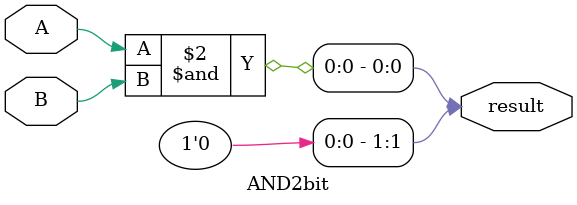
<source format=v>
module AND2bit(
	input A,
	input B,
	output reg [1:0] result
	);

always @(*)
begin
	result <= {1'b0, A & B};
end
endmodule : AND2bit
</source>
